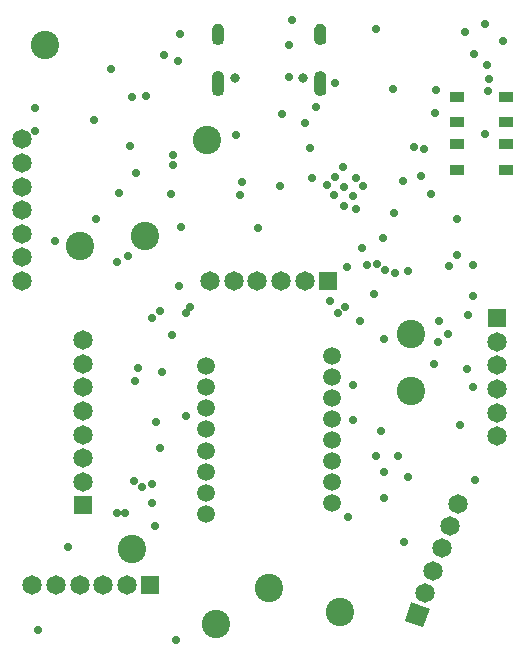
<source format=gts>
G04 EAGLE Gerber RS-274X export*
G75*
%MOMM*%
%FSLAX34Y34*%
%LPD*%
%INSoldermask Top*%
%IPPOS*%
%AMOC8*
5,1,8,0,0,1.08239X$1,22.5*%
G01*
G04 Define Apertures*
%ADD10C,2.403200*%
%ADD11R,1.643200X1.643200*%
%ADD12C,1.643200*%
%ADD13C,0.803200*%
%ADD14C,1.503200*%
%ADD15R,1.253200X0.853200*%
%ADD16R,1.643200X1.643200*%
%ADD17C,0.705600*%
G36*
X-42126Y337824D02*
X-41059Y337450D01*
X-40101Y336849D01*
X-39302Y336049D01*
X-38700Y335091D01*
X-38326Y334024D01*
X-38200Y332903D01*
X-38200Y324897D01*
X-38326Y323776D01*
X-38700Y322709D01*
X-39302Y321751D01*
X-40101Y320952D01*
X-41059Y320350D01*
X-42126Y319976D01*
X-43250Y319850D01*
X-44374Y319976D01*
X-45441Y320350D01*
X-46399Y320952D01*
X-47199Y321751D01*
X-47800Y322709D01*
X-48174Y323776D01*
X-48300Y324897D01*
X-48300Y332903D01*
X-48174Y334024D01*
X-47800Y335091D01*
X-47199Y336049D01*
X-46399Y336849D01*
X-45441Y337450D01*
X-44374Y337824D01*
X-43250Y337950D01*
X-42126Y337824D01*
G37*
G36*
X44374Y337824D02*
X45441Y337450D01*
X46399Y336849D01*
X47199Y336049D01*
X47800Y335091D01*
X48174Y334024D01*
X48300Y332903D01*
X48300Y324897D01*
X48174Y323776D01*
X47800Y322709D01*
X47199Y321751D01*
X46399Y320952D01*
X45441Y320350D01*
X44374Y319976D01*
X43250Y319850D01*
X42126Y319976D01*
X41059Y320350D01*
X40101Y320952D01*
X39302Y321751D01*
X38700Y322709D01*
X38326Y323776D01*
X38200Y324897D01*
X38200Y332903D01*
X38326Y334024D01*
X38700Y335091D01*
X39302Y336049D01*
X40101Y336849D01*
X41059Y337450D01*
X42126Y337824D01*
X43250Y337950D01*
X44374Y337824D01*
G37*
G36*
X-42126Y297624D02*
X-41059Y297250D01*
X-40101Y296649D01*
X-39302Y295849D01*
X-38700Y294891D01*
X-38326Y293824D01*
X-38200Y292703D01*
X-38200Y281697D01*
X-38326Y280576D01*
X-38700Y279509D01*
X-39302Y278551D01*
X-40101Y277752D01*
X-41059Y277150D01*
X-42126Y276776D01*
X-43250Y276650D01*
X-44374Y276776D01*
X-45441Y277150D01*
X-46399Y277752D01*
X-47199Y278551D01*
X-47800Y279509D01*
X-48174Y280576D01*
X-48300Y281697D01*
X-48300Y292703D01*
X-48174Y293824D01*
X-47800Y294891D01*
X-47199Y295849D01*
X-46399Y296649D01*
X-45441Y297250D01*
X-44374Y297624D01*
X-43250Y297750D01*
X-42126Y297624D01*
G37*
G36*
X44374Y297624D02*
X45441Y297250D01*
X46399Y296649D01*
X47199Y295849D01*
X47800Y294891D01*
X48174Y293824D01*
X48300Y292703D01*
X48300Y281697D01*
X48174Y280576D01*
X47800Y279509D01*
X47199Y278551D01*
X46399Y277752D01*
X45441Y277150D01*
X44374Y276776D01*
X43250Y276650D01*
X42137Y276764D01*
X41076Y277123D01*
X40122Y277709D01*
X39322Y278493D01*
X38717Y279435D01*
X38336Y280488D01*
X38200Y281597D01*
X38200Y292603D01*
X38316Y293736D01*
X38683Y294817D01*
X39281Y295791D01*
X40081Y296606D01*
X41042Y297223D01*
X42116Y297611D01*
X43250Y297750D01*
X44374Y297624D01*
G37*
D10*
X0Y-140000D03*
X-105000Y158500D03*
X-160000Y150000D03*
X-190000Y320000D03*
X-115800Y-106600D03*
X60000Y-160000D03*
X120000Y75000D03*
X-52400Y239500D03*
X120000Y27000D03*
X-45000Y-170000D03*
D11*
X50000Y120000D03*
D12*
X30000Y120000D03*
X10000Y120000D03*
X-10000Y120000D03*
X-30000Y120000D03*
X-50000Y120000D03*
D13*
X-28900Y292100D03*
X28900Y292100D03*
D14*
X53500Y56600D03*
X53500Y38800D03*
X53500Y21000D03*
X53500Y3200D03*
X53500Y-14600D03*
X53500Y-32400D03*
X53500Y-50200D03*
X53500Y-68000D03*
X-53500Y-76900D03*
X-53500Y-59100D03*
X-53500Y-41300D03*
X-53500Y-23500D03*
X-53500Y-5700D03*
X-53500Y12100D03*
X-53500Y29900D03*
X-53500Y47700D03*
D12*
X-209000Y180000D03*
X-209000Y160000D03*
X-209000Y140000D03*
X-209000Y120000D03*
D11*
X-157500Y-70000D03*
D12*
X-157500Y-50000D03*
X-157500Y-30000D03*
X-157500Y-10000D03*
X-157500Y10000D03*
X-157500Y30000D03*
X-157500Y50000D03*
X-157500Y70000D03*
D15*
X159250Y275750D03*
X200750Y275750D03*
X159250Y254250D03*
X200750Y254250D03*
X159250Y235750D03*
X200750Y235750D03*
X159250Y214250D03*
X200750Y214250D03*
D11*
X-100500Y-137500D03*
D12*
X-120500Y-137500D03*
X-140500Y-137500D03*
X-160500Y-137500D03*
X-180500Y-137500D03*
X-200500Y-137500D03*
D11*
X193329Y88498D03*
D12*
X193329Y68498D03*
X193329Y48498D03*
X193329Y28498D03*
X193329Y8498D03*
X193329Y-11502D03*
D16*
G36*
X130394Y-173236D02*
X114954Y-167616D01*
X120574Y-152176D01*
X136014Y-157796D01*
X130394Y-173236D01*
G37*
D12*
X132324Y-143912D03*
X139165Y-125118D03*
X146005Y-106324D03*
X152846Y-87530D03*
X159686Y-68736D03*
X-209000Y220000D03*
X-209000Y200000D03*
X-209000Y240000D03*
D17*
X-81200Y226600D03*
X-95600Y1000D03*
X-96700Y-87200D03*
X90158Y-28500D03*
X51700Y102688D03*
X70700Y31600D03*
X-104000Y276400D03*
X-134100Y299700D03*
X63500Y199300D03*
X73200Y207200D03*
X55100Y192500D03*
X70700Y192300D03*
X55500Y208100D03*
X63000Y216200D03*
X48700Y201000D03*
X79800Y200200D03*
X63300Y183100D03*
X123100Y233100D03*
X152700Y132800D03*
X117200Y128600D03*
X159500Y172500D03*
X137500Y193900D03*
X105800Y178000D03*
X11300Y261000D03*
X30500Y254200D03*
X40100Y267400D03*
X56000Y287500D03*
X182452Y337258D03*
X109100Y-27900D03*
X95100Y-7200D03*
X97700Y-41500D03*
X67100Y-79800D03*
X-91000Y43200D03*
X-92000Y-21000D03*
X-129172Y136228D03*
X-119700Y141600D03*
X-76300Y115700D03*
X-92300Y94700D03*
X9600Y200394D03*
X-23200Y203600D03*
X-24400Y192417D03*
X-82700Y193900D03*
X-81100Y218300D03*
X-112800Y211700D03*
X-116200Y275600D03*
X113300Y204600D03*
X128387Y208513D03*
X131080Y231443D03*
X97600Y-63600D03*
X90100Y333100D03*
X166000Y330800D03*
X173600Y312200D03*
X104600Y282800D03*
X141000Y281700D03*
X140800Y262000D03*
X174700Y-48100D03*
X-195700Y-175100D03*
X71000Y2700D03*
X-89372Y311372D03*
X-181100Y154100D03*
X139500Y49700D03*
X167400Y45800D03*
X172500Y30100D03*
X161300Y-2000D03*
X-28200Y243500D03*
X184632Y303300D03*
X143519Y85919D03*
X97580Y70780D03*
X143400Y68600D03*
X184931Y280494D03*
X-197952Y266500D03*
X-197952Y246800D03*
X-9600Y165300D03*
X-74600Y165900D03*
X-117800Y234300D03*
X117200Y-45600D03*
X114300Y-101000D03*
X78700Y148000D03*
X82900Y133200D03*
X197752Y323158D03*
X-70620Y5780D03*
X172276Y106950D03*
X76700Y86200D03*
X168324Y91144D03*
X186468Y291355D03*
X91392Y134736D03*
X159500Y142400D03*
X182700Y244700D03*
X-76700Y306700D03*
X17000Y320100D03*
X17258Y292434D03*
X-99100Y-51600D03*
X-99500Y-67900D03*
X36300Y207300D03*
X34234Y232693D03*
X74000Y181400D03*
X96067Y156293D03*
X-127200Y194400D03*
X-99400Y89100D03*
X-82050Y74066D03*
X-75600Y329400D03*
X19300Y341000D03*
X106244Y127000D03*
X98432Y129149D03*
X89037Y108614D03*
X58200Y93100D03*
X-70700Y92700D03*
X-110600Y46300D03*
X-108000Y-54400D03*
X-121600Y-76300D03*
X-114388Y-49200D03*
X-66937Y97838D03*
X66026Y131626D03*
X-113600Y35000D03*
X-128400Y-76300D03*
X64448Y97644D03*
X-170500Y-104800D03*
X-79000Y-184030D03*
X151400Y75300D03*
X172722Y133200D03*
X-146600Y172153D03*
X-148400Y256100D03*
M02*

</source>
